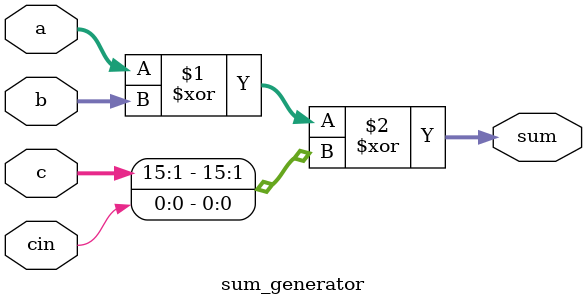
<source format=v>
module CLA_16bit(a,b,cin,sum);

    input  [15:0] a,b;
    input cin;
    output [15:0] sum;
    
    wire [15:0] g,p;
    wire [15:1] c;
    wire [3:0] gG,gP;
    
    //Write down your design here ---//
	
	  //generate g & p
	gp_generator gp_gen1(a[3:0],b[3:0],g[3:0],p[3:0]); 
	gp_generator gp_gen2(a[7:4],b[7:4],g[7:4],p[7:4]);
	gp_generator gp_gen3(a[11:8],b[11:8],g[11:8],p[11:8]);
	gp_generator gp_gen4(a[15:12],b[15:12],g[15:12],p[15:12]);
		
	  //generate gG & gP, generate carries
    carry_generator c_gen0(g[3:0],p[3:0],cin,c[3:1],gG[0],gP[0]);
	carry_generator c_gen1(g[7:4],p[7:4],c[4],c[7:5],gG[1],gP[1]);
	carry_generator c_gen2(g[11:8],p[11:8],c[8],c[11:9],gG[2],gP[2]);
	carry_generator c_gen3(g[15:12],p[15:12],c[12],c[15:13],gG[3],gP[3]);
	  //generate carries c4, c8, c12
	carry_generator c_gen4(gG[3:0],gP[3:0],cin,{c[12],c[8],c[4]},,);
		
	  //generate sum
	sum_generator generate_sum(a[15:0],b[15:0],cin,c[15:1],sum[15:0]);    
    //-------------------------------//

endmodule

module gp_generator(a,b,g,p);

    input  [3:0] a,b;
    output [3:0] g,p;
   
    assign g = a & b;   // g = a x b
    assign p = a ^ b;   // p = a + b

endmodule

module carry_generator(g,p,cin,c,gG,gP);

    input [3:0] g,p;
    input cin;
    output gG,gP;
    output [3:1] c;

    //create gG and gP
    assign gG = g[3] | (p[3] & g[2]) | (p[3] & p[2] & g[1]) | (p[3] & p[2] & p[1] & g[0]);
	assign gP = p[3] & p[2] & p[1] & p[0];

    //create carries
    assign c[1] = g[0] | (p[0] & cin);
    assign c[2] = g[1] | (p[1] & g[0]) | (p[1] & p[0] & cin);
    assign c[3] = g[2] | (p[2] & g[1]) | (p[2] & p[1] & g[0]) | (p[2] & p[1] & p[0] & cin);

endmodule

module sum_generator(a,b,cin,c,sum);

    input  [15:0] a,b;
    input cin;
    input  [15:1] c;
    output [15:0] sum;

    //sum = a ^ b ^ c;
    assign sum = a ^ b ^ {c,cin};

endmodule
</source>
